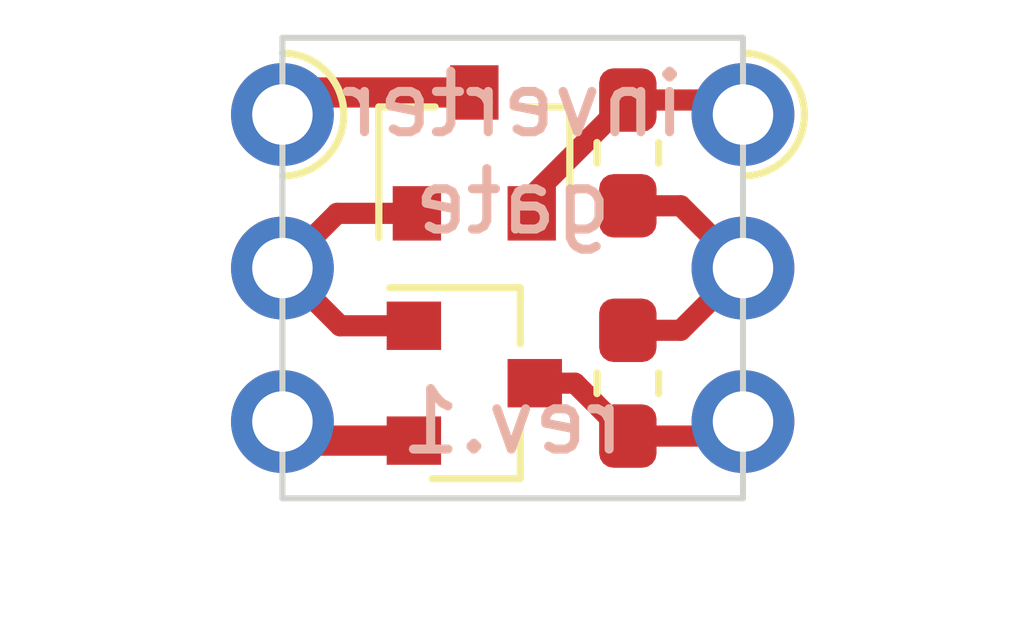
<source format=kicad_pcb>
(kicad_pcb (version 20171130) (host pcbnew 5.1.6)

  (general
    (thickness 1.6)
    (drawings 6)
    (tracks 20)
    (zones 0)
    (modules 6)
    (nets 7)
  )

  (page A4)
  (layers
    (0 F.Cu signal)
    (31 B.Cu signal)
    (32 B.Adhes user)
    (33 F.Adhes user)
    (34 B.Paste user)
    (35 F.Paste user)
    (36 B.SilkS user)
    (37 F.SilkS user)
    (38 B.Mask user)
    (39 F.Mask user)
    (40 Dwgs.User user)
    (41 Cmts.User user)
    (42 Eco1.User user)
    (43 Eco2.User user)
    (44 Edge.Cuts user)
    (45 Margin user)
    (46 B.CrtYd user)
    (47 F.CrtYd user)
    (48 B.Fab user)
    (49 F.Fab user)
  )

  (setup
    (last_trace_width 0.5)
    (user_trace_width 0.35)
    (user_trace_width 0.5)
    (trace_clearance 0.2)
    (zone_clearance 0.508)
    (zone_45_only no)
    (trace_min 0.2)
    (via_size 0.8)
    (via_drill 0.4)
    (via_min_size 0.4)
    (via_min_drill 0.3)
    (uvia_size 0.3)
    (uvia_drill 0.1)
    (uvias_allowed no)
    (uvia_min_size 0.2)
    (uvia_min_drill 0.1)
    (edge_width 0.05)
    (segment_width 0.2)
    (pcb_text_width 0.3)
    (pcb_text_size 1.5 1.5)
    (mod_edge_width 0.12)
    (mod_text_size 1 1)
    (mod_text_width 0.15)
    (pad_size 1.524 1.524)
    (pad_drill 0.762)
    (pad_to_mask_clearance 0.05)
    (aux_axis_origin 0 0)
    (visible_elements FFFFFF7F)
    (pcbplotparams
      (layerselection 0x010fc_ffffffff)
      (usegerberextensions false)
      (usegerberattributes true)
      (usegerberadvancedattributes true)
      (creategerberjobfile true)
      (excludeedgelayer true)
      (linewidth 0.100000)
      (plotframeref false)
      (viasonmask false)
      (mode 1)
      (useauxorigin false)
      (hpglpennumber 1)
      (hpglpenspeed 20)
      (hpglpendiameter 15.000000)
      (psnegative false)
      (psa4output false)
      (plotreference true)
      (plotvalue true)
      (plotinvisibletext false)
      (padsonsilk false)
      (subtractmaskfromsilk false)
      (outputformat 1)
      (mirror false)
      (drillshape 0)
      (scaleselection 1)
      (outputdirectory "gerber/"))
  )

  (net 0 "")
  (net 1 Out)
  (net 2 Vss)
  (net 3 Vdd)
  (net 4 In)
  (net 5 Nti)
  (net 6 Pti)

  (net_class Default "This is the default net class."
    (clearance 0.2)
    (trace_width 0.25)
    (via_dia 0.8)
    (via_drill 0.4)
    (uvia_dia 0.3)
    (uvia_drill 0.1)
    (add_net In)
    (add_net Nti)
    (add_net Out)
    (add_net Pti)
    (add_net Vdd)
    (add_net Vss)
  )

  (module Castellation:Edge_Castellation_1x03_P2.54 (layer F.Cu) (tedit 5FED63D6) (tstamp 5FED6852)
    (at 93.98 50.8)
    (descr "Edge Castellation, 1x03, 2.54mm pitch, single row")
    (tags "Castellation Edge 1x03 2.54mm single row")
    (path /5FEDBBC1)
    (fp_text reference J2 (at 0 -2.54) (layer F.SilkS) hide
      (effects (font (size 1 1) (thickness 0.15)))
    )
    (fp_text value Conn_01x03 (at 0 7.85) (layer F.Fab)
      (effects (font (size 1 1) (thickness 0.15)))
    )
    (fp_text user %R (at 0 2.54 90) (layer F.Fab)
      (effects (font (size 1 1) (thickness 0.15)))
    )
    (fp_arc (start 0 0) (end 0 1.016) (angle -180) (layer F.SilkS) (width 0.12))
    (fp_line (start -1.27 -1.27) (end 0.635 -1.27) (layer F.Fab) (width 0.1))
    (fp_line (start 0.635 -1.27) (end 1.27 -0.635) (layer F.Fab) (width 0.1))
    (fp_line (start 1.27 -0.635) (end 1.27 6.35) (layer F.Fab) (width 0.1))
    (fp_line (start 1.27 6.35) (end -1.27 6.35) (layer F.Fab) (width 0.1))
    (fp_line (start -1.27 6.35) (end -1.27 -1.27) (layer F.Fab) (width 0.1))
    (pad 1 thru_hole oval (at 0 0) (size 1.7 1.7) (drill 1) (layers *.Cu *.Mask)
      (net 6 Pti))
    (pad 2 thru_hole oval (at 0 2.54) (size 1.7 1.7) (drill 1) (layers *.Cu *.Mask)
      (net 1 Out))
    (pad 3 thru_hole oval (at 0 5.08) (size 1.7 1.7) (drill 1) (layers *.Cu *.Mask)
      (net 5 Nti))
  )

  (module Castellation:Edge_Castellation_1x03_P2.54 (layer F.Cu) (tedit 5FED63D6) (tstamp 5FED6840)
    (at 86.36 50.8)
    (descr "Edge Castellation, 1x03, 2.54mm pitch, single row")
    (tags "Castellation Edge 1x03 2.54mm single row")
    (path /5FED6A28)
    (fp_text reference J1 (at 0 -2.54) (layer F.SilkS) hide
      (effects (font (size 1 1) (thickness 0.15)))
    )
    (fp_text value Conn_01x03 (at 0 7.85) (layer F.Fab)
      (effects (font (size 1 1) (thickness 0.15)))
    )
    (fp_text user %R (at 0 2.54 90) (layer F.Fab)
      (effects (font (size 1 1) (thickness 0.15)))
    )
    (fp_arc (start 0 0) (end 0 1.016) (angle -180) (layer F.SilkS) (width 0.12))
    (fp_line (start -1.27 -1.27) (end 0.635 -1.27) (layer F.Fab) (width 0.1))
    (fp_line (start 0.635 -1.27) (end 1.27 -0.635) (layer F.Fab) (width 0.1))
    (fp_line (start 1.27 -0.635) (end 1.27 6.35) (layer F.Fab) (width 0.1))
    (fp_line (start 1.27 6.35) (end -1.27 6.35) (layer F.Fab) (width 0.1))
    (fp_line (start -1.27 6.35) (end -1.27 -1.27) (layer F.Fab) (width 0.1))
    (pad 1 thru_hole oval (at 0 0) (size 1.7 1.7) (drill 1) (layers *.Cu *.Mask)
      (net 3 Vdd))
    (pad 2 thru_hole oval (at 0 2.54) (size 1.7 1.7) (drill 1) (layers *.Cu *.Mask)
      (net 4 In))
    (pad 3 thru_hole oval (at 0 5.08) (size 1.7 1.7) (drill 1) (layers *.Cu *.Mask)
      (net 2 Vss))
  )

  (module Resistor_SMD:R_0603_1608Metric_Pad1.05x0.95mm_HandSolder (layer F.Cu) (tedit 5B301BBD) (tstamp 5FE23685)
    (at 92.075 55.245 270)
    (descr "Resistor SMD 0603 (1608 Metric), square (rectangular) end terminal, IPC_7351 nominal with elongated pad for handsoldering. (Body size source: http://www.tortai-tech.com/upload/download/2011102023233369053.pdf), generated with kicad-footprint-generator")
    (tags "resistor handsolder")
    (path /5FDF40E4)
    (attr smd)
    (fp_text reference R2 (at 0 -1.43 90) (layer F.SilkS) hide
      (effects (font (size 1 1) (thickness 0.15)))
    )
    (fp_text value 12k (at 0 1.43 90) (layer F.Fab)
      (effects (font (size 1 1) (thickness 0.15)))
    )
    (fp_line (start -0.8 0.4) (end -0.8 -0.4) (layer F.Fab) (width 0.1))
    (fp_line (start -0.8 -0.4) (end 0.8 -0.4) (layer F.Fab) (width 0.1))
    (fp_line (start 0.8 -0.4) (end 0.8 0.4) (layer F.Fab) (width 0.1))
    (fp_line (start 0.8 0.4) (end -0.8 0.4) (layer F.Fab) (width 0.1))
    (fp_line (start -0.171267 -0.51) (end 0.171267 -0.51) (layer F.SilkS) (width 0.12))
    (fp_line (start -0.171267 0.51) (end 0.171267 0.51) (layer F.SilkS) (width 0.12))
    (fp_line (start -1.65 0.73) (end -1.65 -0.73) (layer F.CrtYd) (width 0.05))
    (fp_line (start -1.65 -0.73) (end 1.65 -0.73) (layer F.CrtYd) (width 0.05))
    (fp_line (start 1.65 -0.73) (end 1.65 0.73) (layer F.CrtYd) (width 0.05))
    (fp_line (start 1.65 0.73) (end -1.65 0.73) (layer F.CrtYd) (width 0.05))
    (fp_text user %R (at 0 0 90) (layer F.Fab)
      (effects (font (size 0.4 0.4) (thickness 0.06)))
    )
    (pad 2 smd roundrect (at 0.875 0 270) (size 1.05 0.95) (layers F.Cu F.Paste F.Mask) (roundrect_rratio 0.25)
      (net 5 Nti))
    (pad 1 smd roundrect (at -0.875 0 270) (size 1.05 0.95) (layers F.Cu F.Paste F.Mask) (roundrect_rratio 0.25)
      (net 1 Out))
    (model ${KISYS3DMOD}/Resistor_SMD.3dshapes/R_0603_1608Metric.wrl
      (at (xyz 0 0 0))
      (scale (xyz 1 1 1))
      (rotate (xyz 0 0 0))
    )
  )

  (module Resistor_SMD:R_0603_1608Metric_Pad1.05x0.95mm_HandSolder (layer F.Cu) (tedit 5B301BBD) (tstamp 5FE23674)
    (at 92.075 51.435 270)
    (descr "Resistor SMD 0603 (1608 Metric), square (rectangular) end terminal, IPC_7351 nominal with elongated pad for handsoldering. (Body size source: http://www.tortai-tech.com/upload/download/2011102023233369053.pdf), generated with kicad-footprint-generator")
    (tags "resistor handsolder")
    (path /5FDF60C4)
    (attr smd)
    (fp_text reference R1 (at 0 -1.43 90) (layer F.Fab)
      (effects (font (size 1 1) (thickness 0.15)))
    )
    (fp_text value 12k (at 0 1.43 90) (layer F.Fab)
      (effects (font (size 1 1) (thickness 0.15)))
    )
    (fp_line (start -0.8 0.4) (end -0.8 -0.4) (layer F.Fab) (width 0.1))
    (fp_line (start -0.8 -0.4) (end 0.8 -0.4) (layer F.Fab) (width 0.1))
    (fp_line (start 0.8 -0.4) (end 0.8 0.4) (layer F.Fab) (width 0.1))
    (fp_line (start 0.8 0.4) (end -0.8 0.4) (layer F.Fab) (width 0.1))
    (fp_line (start -0.171267 -0.51) (end 0.171267 -0.51) (layer F.SilkS) (width 0.12))
    (fp_line (start -0.171267 0.51) (end 0.171267 0.51) (layer F.SilkS) (width 0.12))
    (fp_line (start -1.65 0.73) (end -1.65 -0.73) (layer F.CrtYd) (width 0.05))
    (fp_line (start -1.65 -0.73) (end 1.65 -0.73) (layer F.CrtYd) (width 0.05))
    (fp_line (start 1.65 -0.73) (end 1.65 0.73) (layer F.CrtYd) (width 0.05))
    (fp_line (start 1.65 0.73) (end -1.65 0.73) (layer F.CrtYd) (width 0.05))
    (fp_text user %R (at 0 0 90) (layer F.Fab)
      (effects (font (size 0.4 0.4) (thickness 0.06)))
    )
    (pad 2 smd roundrect (at 0.875 0 270) (size 1.05 0.95) (layers F.Cu F.Paste F.Mask) (roundrect_rratio 0.25)
      (net 1 Out))
    (pad 1 smd roundrect (at -0.875 0 270) (size 1.05 0.95) (layers F.Cu F.Paste F.Mask) (roundrect_rratio 0.25)
      (net 6 Pti))
    (model ${KISYS3DMOD}/Resistor_SMD.3dshapes/R_0603_1608Metric.wrl
      (at (xyz 0 0 0))
      (scale (xyz 1 1 1))
      (rotate (xyz 0 0 0))
    )
  )

  (module Package_TO_SOT_SMD:SOT-23 (layer F.Cu) (tedit 5A02FF57) (tstamp 5FE23663)
    (at 89.535 55.245)
    (descr "SOT-23, Standard")
    (tags SOT-23)
    (path /5FDF139A)
    (attr smd)
    (fp_text reference Q2 (at 0 -2.5) (layer F.SilkS) hide
      (effects (font (size 1 1) (thickness 0.15)))
    )
    (fp_text value 2N7002 (at 0 2.5) (layer F.Fab)
      (effects (font (size 1 1) (thickness 0.15)))
    )
    (fp_line (start -0.7 -0.95) (end -0.7 1.5) (layer F.Fab) (width 0.1))
    (fp_line (start -0.15 -1.52) (end 0.7 -1.52) (layer F.Fab) (width 0.1))
    (fp_line (start -0.7 -0.95) (end -0.15 -1.52) (layer F.Fab) (width 0.1))
    (fp_line (start 0.7 -1.52) (end 0.7 1.52) (layer F.Fab) (width 0.1))
    (fp_line (start -0.7 1.52) (end 0.7 1.52) (layer F.Fab) (width 0.1))
    (fp_line (start 0.76 1.58) (end 0.76 0.65) (layer F.SilkS) (width 0.12))
    (fp_line (start 0.76 -1.58) (end 0.76 -0.65) (layer F.SilkS) (width 0.12))
    (fp_line (start -1.7 -1.75) (end 1.7 -1.75) (layer F.CrtYd) (width 0.05))
    (fp_line (start 1.7 -1.75) (end 1.7 1.75) (layer F.CrtYd) (width 0.05))
    (fp_line (start 1.7 1.75) (end -1.7 1.75) (layer F.CrtYd) (width 0.05))
    (fp_line (start -1.7 1.75) (end -1.7 -1.75) (layer F.CrtYd) (width 0.05))
    (fp_line (start 0.76 -1.58) (end -1.4 -1.58) (layer F.SilkS) (width 0.12))
    (fp_line (start 0.76 1.58) (end -0.7 1.58) (layer F.SilkS) (width 0.12))
    (fp_text user %R (at 0 0 90) (layer F.Fab)
      (effects (font (size 0.5 0.5) (thickness 0.075)))
    )
    (pad 3 smd rect (at 1 0) (size 0.9 0.8) (layers F.Cu F.Paste F.Mask)
      (net 5 Nti))
    (pad 2 smd rect (at -1 0.95) (size 0.9 0.8) (layers F.Cu F.Paste F.Mask)
      (net 2 Vss))
    (pad 1 smd rect (at -1 -0.95) (size 0.9 0.8) (layers F.Cu F.Paste F.Mask)
      (net 4 In))
    (model ${KISYS3DMOD}/Package_TO_SOT_SMD.3dshapes/SOT-23.wrl
      (at (xyz 0 0 0))
      (scale (xyz 1 1 1))
      (rotate (xyz 0 0 0))
    )
  )

  (module Package_TO_SOT_SMD:SOT-23 (layer F.Cu) (tedit 5A02FF57) (tstamp 5FE2364E)
    (at 89.535 51.435 90)
    (descr "SOT-23, Standard")
    (tags SOT-23)
    (path /5FDEECCB)
    (attr smd)
    (fp_text reference Q1 (at 0 -2.5 90) (layer F.Fab)
      (effects (font (size 1 1) (thickness 0.15)))
    )
    (fp_text value BSS84 (at 0 2.5 90) (layer F.Fab)
      (effects (font (size 1 1) (thickness 0.15)))
    )
    (fp_line (start -0.7 -0.95) (end -0.7 1.5) (layer F.Fab) (width 0.1))
    (fp_line (start -0.15 -1.52) (end 0.7 -1.52) (layer F.Fab) (width 0.1))
    (fp_line (start -0.7 -0.95) (end -0.15 -1.52) (layer F.Fab) (width 0.1))
    (fp_line (start 0.7 -1.52) (end 0.7 1.52) (layer F.Fab) (width 0.1))
    (fp_line (start -0.7 1.52) (end 0.7 1.52) (layer F.Fab) (width 0.1))
    (fp_line (start 0.76 1.58) (end 0.76 0.65) (layer F.SilkS) (width 0.12))
    (fp_line (start 0.76 -1.58) (end 0.76 -0.65) (layer F.SilkS) (width 0.12))
    (fp_line (start -1.7 -1.75) (end 1.7 -1.75) (layer F.CrtYd) (width 0.05))
    (fp_line (start 1.7 -1.75) (end 1.7 1.75) (layer F.CrtYd) (width 0.05))
    (fp_line (start 1.7 1.75) (end -1.7 1.75) (layer F.CrtYd) (width 0.05))
    (fp_line (start -1.7 1.75) (end -1.7 -1.75) (layer F.CrtYd) (width 0.05))
    (fp_line (start 0.76 -1.58) (end -1.4 -1.58) (layer F.SilkS) (width 0.12))
    (fp_line (start 0.76 1.58) (end -0.7 1.58) (layer F.SilkS) (width 0.12))
    (fp_text user %R (at 0 0) (layer F.Fab)
      (effects (font (size 0.5 0.5) (thickness 0.075)))
    )
    (pad 3 smd rect (at 1 0 90) (size 0.9 0.8) (layers F.Cu F.Paste F.Mask)
      (net 3 Vdd))
    (pad 2 smd rect (at -1 0.95 90) (size 0.9 0.8) (layers F.Cu F.Paste F.Mask)
      (net 6 Pti))
    (pad 1 smd rect (at -1 -0.95 90) (size 0.9 0.8) (layers F.Cu F.Paste F.Mask)
      (net 4 In))
    (model ${KISYS3DMOD}/Package_TO_SOT_SMD.3dshapes/SOT-23.wrl
      (at (xyz 0 0 0))
      (scale (xyz 1 1 1))
      (rotate (xyz 0 0 0))
    )
  )

  (gr_text rev.1 (at 90.17 55.88) (layer B.SilkS)
    (effects (font (size 1 1) (thickness 0.15)) (justify mirror))
  )
  (gr_text "inverter\ngate" (at 90.17 51.435) (layer B.SilkS)
    (effects (font (size 1 1) (thickness 0.15)) (justify mirror))
  )
  (gr_line (start 93.98 49.53) (end 93.98 57.15) (layer Edge.Cuts) (width 0.1))
  (gr_line (start 86.36 49.53) (end 93.98 49.53) (layer Edge.Cuts) (width 0.1))
  (gr_line (start 86.36 57.15) (end 86.36 49.53) (layer Edge.Cuts) (width 0.1))
  (gr_line (start 93.98 57.15) (end 86.36 57.15) (layer Edge.Cuts) (width 0.1))

  (segment (start 92.95 54.37) (end 93.55499 53.76501) (width 0.35) (layer F.Cu) (net 1))
  (segment (start 92.075 54.37) (end 92.95 54.37) (width 0.35) (layer F.Cu) (net 1))
  (segment (start 92.95 52.31) (end 93.55499 52.91499) (width 0.35) (layer F.Cu) (net 1))
  (segment (start 92.075 52.31) (end 92.95 52.31) (width 0.35) (layer F.Cu) (net 1))
  (segment (start 88.535 56.195) (end 86.86001 56.195) (width 0.5) (layer F.Cu) (net 2))
  (segment (start 86.725 50.435) (end 86.36 50.8) (width 0.3) (layer F.Cu) (net 3))
  (segment (start 89.535 50.435) (end 86.86001 50.435) (width 0.5) (layer F.Cu) (net 3))
  (segment (start 87.265 52.435) (end 86.78501 52.91499) (width 0.35) (layer F.Cu) (net 4))
  (segment (start 88.585 52.435) (end 87.265 52.435) (width 0.35) (layer F.Cu) (net 4))
  (segment (start 87.315 54.295) (end 86.78501 53.76501) (width 0.35) (layer F.Cu) (net 4))
  (segment (start 88.535 54.295) (end 87.315 54.295) (width 0.35) (layer F.Cu) (net 4))
  (segment (start 92.075 56.085) (end 92.075 56.12) (width 0.3) (layer F.Cu) (net 5))
  (segment (start 93.74 56.12) (end 93.98 55.88) (width 0.3) (layer F.Cu) (net 5))
  (segment (start 91.2 55.245) (end 92.075 56.12) (width 0.35) (layer F.Cu) (net 5))
  (segment (start 90.535 55.245) (end 91.2 55.245) (width 0.35) (layer F.Cu) (net 5))
  (segment (start 92.075 56.12) (end 93.55499 56.12) (width 0.35) (layer F.Cu) (net 5))
  (segment (start 93.74 50.56) (end 93.98 50.8) (width 0.3) (layer F.Cu) (net 6))
  (segment (start 90.485 52.15) (end 92.075 50.56) (width 0.35) (layer F.Cu) (net 6))
  (segment (start 90.485 52.435) (end 90.485 52.15) (width 0.35) (layer F.Cu) (net 6))
  (segment (start 92.075 50.56) (end 93.55499 50.56) (width 0.35) (layer F.Cu) (net 6))

)

</source>
